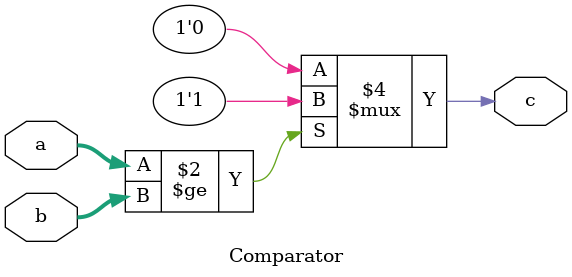
<source format=v>
module Comparator
#(
    parameter WORD_LENGTH = 5
) 
(
	input [WORD_LENGTH - 1:0]a,
	input [WORD_LENGTH - 1:0]b,

	output reg c
);

always@(*) begin
	if(a>=b)
		c = 1'b1;
	else
		c = 1'b0;
end	

endmodule

</source>
